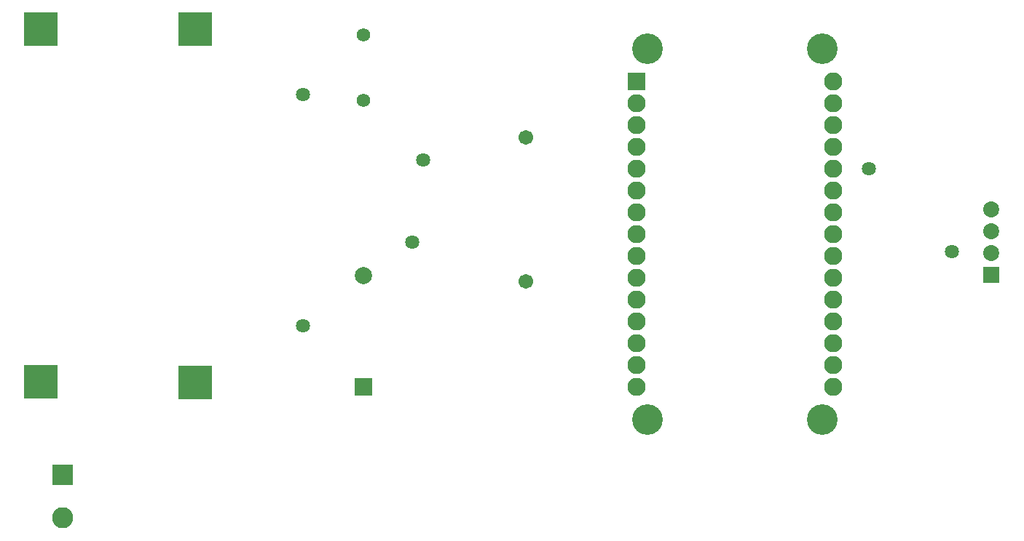
<source format=gbs>
G04*
G04 #@! TF.GenerationSoftware,Altium Limited,Altium Designer,24.1.2 (44)*
G04*
G04 Layer_Color=16711935*
%FSLAX44Y44*%
%MOMM*%
G71*
G04*
G04 #@! TF.SameCoordinates,79612F31-D5A8-4C31-8A46-0FB93C1D3082*
G04*
G04*
G04 #@! TF.FilePolarity,Negative*
G04*
G01*
G75*
%ADD13C,1.7100*%
%ADD14R,1.8600X1.8600*%
%ADD15C,1.8600*%
%ADD16C,1.5600*%
%ADD17R,2.0100X2.0100*%
%ADD18C,2.0100*%
%ADD19R,2.4600X2.4600*%
%ADD20C,2.4600*%
%ADD21R,2.1126X2.1126*%
%ADD22C,2.1126*%
%ADD23C,3.5600*%
%ADD24R,3.8600X3.8600*%
%ADD25C,1.6300*%
D13*
X601980Y326210D02*
D03*
Y494210D02*
D03*
D14*
X1143000Y334010D02*
D03*
D15*
Y359410D02*
D03*
Y384810D02*
D03*
Y410210D02*
D03*
D16*
X412750Y613410D02*
D03*
Y537210D02*
D03*
D17*
Y203200D02*
D03*
D18*
Y333200D02*
D03*
D19*
X63500Y101200D02*
D03*
D20*
Y51200D02*
D03*
D21*
X730250Y558800D02*
D03*
D22*
Y533400D02*
D03*
Y508000D02*
D03*
Y482600D02*
D03*
Y457200D02*
D03*
Y431800D02*
D03*
Y406400D02*
D03*
Y381000D02*
D03*
Y355600D02*
D03*
Y330200D02*
D03*
Y304800D02*
D03*
Y279400D02*
D03*
Y254000D02*
D03*
Y228600D02*
D03*
Y203200D02*
D03*
X958850Y558800D02*
D03*
Y533400D02*
D03*
Y508000D02*
D03*
Y482600D02*
D03*
Y457200D02*
D03*
Y431800D02*
D03*
Y406400D02*
D03*
Y381000D02*
D03*
Y355600D02*
D03*
Y330200D02*
D03*
Y304800D02*
D03*
Y279400D02*
D03*
Y254000D02*
D03*
Y228600D02*
D03*
Y203200D02*
D03*
D23*
X742950Y596900D02*
D03*
X946150D02*
D03*
Y165100D02*
D03*
X742950D02*
D03*
D24*
X38100Y209550D02*
D03*
X217170Y208280D02*
D03*
Y619760D02*
D03*
X38100D02*
D03*
D25*
X1000760Y457200D02*
D03*
X1097280Y360680D02*
D03*
X469900Y372110D02*
D03*
X482600Y467360D02*
D03*
X342900Y543560D02*
D03*
Y274320D02*
D03*
M02*

</source>
